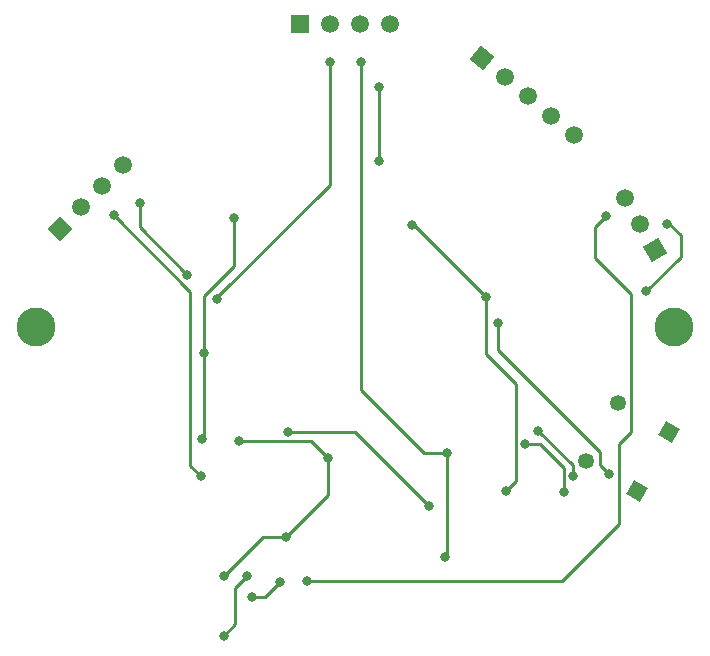
<source format=gbl>
G04*
G04 #@! TF.GenerationSoftware,Altium Limited,Altium Designer,18.1.7 (191)*
G04*
G04 Layer_Physical_Order=2*
G04 Layer_Color=16711680*
%FSLAX44Y44*%
%MOMM*%
G71*
G01*
G75*
%ADD10C,0.2540*%
%ADD39R,1.5000X1.5000*%
%ADD40C,1.5000*%
%ADD41P,2.1213X4X365.0*%
%ADD42P,2.1213X4X165.0*%
%ADD43P,2.1213X4X90.0*%
%ADD44C,1.3500*%
%ADD45P,1.9092X4X195.0*%
%ADD46C,0.8000*%
%ADD47C,3.3000*%
D10*
X135890Y-129740D02*
Y-48260D01*
X110490Y-22860D02*
X135890Y-48260D01*
X110490Y-22860D02*
Y25400D01*
X207010Y-116840D02*
Y-105410D01*
X120650Y-19050D02*
X207010Y-105410D01*
X120650Y-19050D02*
Y3810D01*
X207010Y-116840D02*
X214630Y-124460D01*
X76200Y-194310D02*
X77470Y-193040D01*
Y-106680D01*
X58420D02*
X77470D01*
X5080Y-53340D02*
X58420Y-106680D01*
X5080Y-53340D02*
Y224790D01*
X20320Y140970D02*
Y203200D01*
X48260Y86360D02*
X49530D01*
X110490Y25400D01*
X-116840D02*
X-21590Y120650D01*
X-116840Y24130D02*
Y25400D01*
X-21590Y120650D02*
Y224790D01*
X203200Y85090D02*
X212090Y93980D01*
X203200Y58420D02*
Y85090D01*
Y58420D02*
X233680Y27940D01*
Y-88900D02*
Y27940D01*
X223520Y-99060D02*
X233680Y-88900D01*
X223520Y-166370D02*
Y-99060D01*
X175260Y-214630D02*
X223520Y-166370D01*
X-40640Y-214630D02*
X175260D01*
X264221Y87630D02*
X265944D01*
X275590Y77984D01*
Y59690D02*
Y77984D01*
X246380Y30480D02*
X275590Y59690D01*
X-77770Y-177800D02*
X-58620D01*
X-110790Y-210820D02*
X-77770Y-177800D01*
X-58620D02*
X-22860Y-142040D01*
Y-110490D01*
X-200Y-88700D02*
X62230Y-151130D01*
X-57150Y-88700D02*
X-200D01*
X-37510Y-95840D02*
X-22860Y-110490D01*
X-98620Y-95840D02*
X-37510D01*
X-129540Y-94780D02*
X-128270Y-93510D01*
Y-21590D01*
X-102660Y52280D02*
Y92500D01*
X-128270Y26670D02*
X-102660Y52280D01*
X-128270Y-21590D02*
Y26670D01*
X-182670Y85047D02*
X-142240Y44617D01*
X-182670Y85047D02*
Y105410D01*
X176530Y-139700D02*
Y-119380D01*
X156210Y-99060D02*
X176530Y-119380D01*
X143510Y-99060D02*
X156210D01*
X154940Y-87630D02*
X184150Y-116840D01*
Y-126170D02*
Y-116840D01*
X127200Y-138430D02*
X135890Y-129740D01*
X-204387Y94977D02*
X-139700Y30290D01*
Y-117090D02*
Y30290D01*
Y-117090D02*
X-130620Y-126170D01*
X-76200Y-228600D02*
X-63500Y-215900D01*
X-87630Y-228600D02*
X-76200D01*
X-101600Y-220980D02*
X-91440Y-210820D01*
X-101600Y-251460D02*
Y-220980D01*
X-111100Y-260960D02*
X-101600Y-251460D01*
D39*
X-46990Y256540D02*
D03*
D40*
X-21590D02*
D03*
X3810D02*
D03*
X29210D02*
D03*
X126593Y211907D02*
D03*
X146050Y195580D02*
D03*
X165508Y179253D02*
D03*
X184965Y162927D02*
D03*
X228600Y109627D02*
D03*
X241300Y87630D02*
D03*
X-232410Y101600D02*
D03*
X-214450Y119561D02*
D03*
X-196489Y137521D02*
D03*
D41*
X107135Y228234D02*
D03*
D42*
X254000Y65633D02*
D03*
D43*
X-250371Y83639D02*
D03*
D44*
X222189Y-63700D02*
D03*
X195519Y-113230D02*
D03*
D45*
X265491Y-88700D02*
D03*
X238821Y-138230D02*
D03*
D46*
X76200Y-194310D02*
D03*
X77470Y-106680D02*
D03*
X20320Y140970D02*
D03*
Y203200D02*
D03*
X5080Y224790D02*
D03*
X48260Y86360D02*
D03*
X212090Y93980D02*
D03*
X-40640Y-214630D02*
D03*
X246380Y30480D02*
D03*
X264221Y87630D02*
D03*
X120650Y3810D02*
D03*
X-57150Y-88700D02*
D03*
X-98620Y-95840D02*
D03*
X-22860Y-110490D02*
D03*
X-110790Y-210820D02*
D03*
X-58620Y-177800D02*
D03*
X-129540Y-94780D02*
D03*
X-128270Y-21590D02*
D03*
X-102660Y92500D02*
D03*
X-142240Y44617D02*
D03*
X-182670Y105410D02*
D03*
X214630Y-124460D02*
D03*
X143510Y-99060D02*
D03*
X176530Y-139700D02*
D03*
X184150Y-126170D02*
D03*
X154940Y-87630D02*
D03*
X-116840Y24130D02*
D03*
X-21590Y224790D02*
D03*
X-130620Y-126170D02*
D03*
X-204387Y94977D02*
D03*
X62230Y-151130D02*
D03*
X127200Y-138430D02*
D03*
X110490Y25400D02*
D03*
X-63500Y-215900D02*
D03*
X-87630Y-228600D02*
D03*
X-91440Y-210820D02*
D03*
X-111100Y-260960D02*
D03*
D47*
X-270000Y0D02*
D03*
X270000D02*
D03*
M02*

</source>
